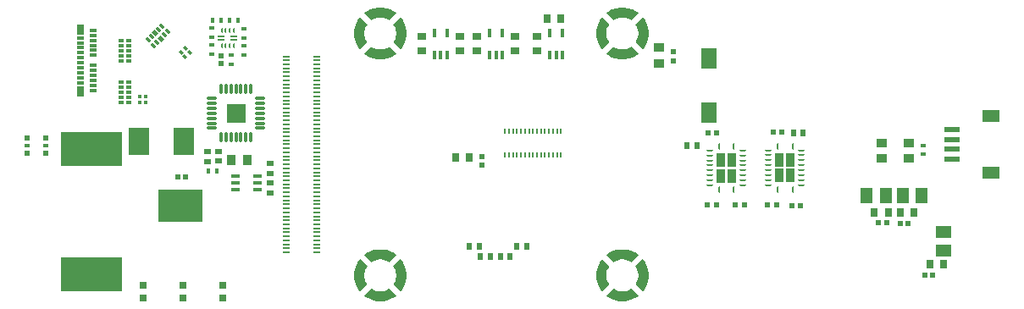
<source format=gbp>
G04*
G04 #@! TF.GenerationSoftware,Altium Limited,Altium Designer,20.0.13 (296)*
G04*
G04 Layer_Color=128*
%FSLAX44Y44*%
%MOMM*%
G71*
G01*
G75*
%ADD14R,0.9000X1.0000*%
%ADD15R,0.5500X0.4500*%
%ADD16R,0.4500X0.5500*%
%ADD18R,0.5200X0.5200*%
%ADD21R,0.6500X0.5500*%
%ADD22R,1.0000X0.9000*%
%ADD23R,0.6200X0.6200*%
%ADD25R,0.5500X0.6500*%
%ADD26R,0.6200X0.6200*%
%ADD37R,0.7000X0.9000*%
%ADD38R,0.5200X0.5200*%
%ADD39R,0.9000X0.7000*%
%ADD42R,1.3000X1.5000*%
%ADD43R,1.5000X1.3000*%
%ADD116R,0.8000X0.8000*%
%ADD121R,6.2000X3.5000*%
%ADD122R,4.4000X3.3000*%
%ADD123R,0.3600X0.3200*%
%ADD124R,0.3200X0.3600*%
G04:AMPARAMS|DCode=125|XSize=0.32mm|YSize=0.36mm|CornerRadius=0mm|HoleSize=0mm|Usage=FLASHONLY|Rotation=225.000|XOffset=0mm|YOffset=0mm|HoleType=Round|Shape=Rectangle|*
%AMROTATEDRECTD125*
4,1,4,-0.0141,0.2404,0.2404,-0.0141,0.0141,-0.2404,-0.2404,0.0141,-0.0141,0.2404,0.0*
%
%ADD125ROTATEDRECTD125*%

%ADD127R,0.7000X0.1800*%
%ADD128R,0.6000X0.6000*%
%ADD129R,0.6000X0.4000*%
%ADD130O,1.1500X0.3000*%
%ADD131O,0.3000X1.1500*%
G04:AMPARAMS|DCode=133|XSize=0.24mm|YSize=0.6mm|CornerRadius=0.06mm|HoleSize=0mm|Usage=FLASHONLY|Rotation=270.000|XOffset=0mm|YOffset=0mm|HoleType=Round|Shape=RoundedRectangle|*
%AMROUNDEDRECTD133*
21,1,0.2400,0.4800,0,0,270.0*
21,1,0.1200,0.6000,0,0,270.0*
1,1,0.1200,-0.2400,-0.0600*
1,1,0.1200,-0.2400,0.0600*
1,1,0.1200,0.2400,0.0600*
1,1,0.1200,0.2400,-0.0600*
%
%ADD133ROUNDEDRECTD133*%
G04:AMPARAMS|DCode=134|XSize=0.25mm|YSize=0.65mm|CornerRadius=0.0625mm|HoleSize=0mm|Usage=FLASHONLY|Rotation=180.000|XOffset=0mm|YOffset=0mm|HoleType=Round|Shape=RoundedRectangle|*
%AMROUNDEDRECTD134*
21,1,0.2500,0.5250,0,0,180.0*
21,1,0.1250,0.6500,0,0,180.0*
1,1,0.1250,-0.0625,0.2625*
1,1,0.1250,0.0625,0.2625*
1,1,0.1250,0.0625,-0.2625*
1,1,0.1250,-0.0625,-0.2625*
%
%ADD134ROUNDEDRECTD134*%
%ADD136R,0.5500X0.3000*%
%ADD137R,0.5500X0.4000*%
%ADD138R,1.5500X0.6000*%
%ADD139R,1.8000X1.2000*%
G04:AMPARAMS|DCode=140|XSize=0.4mm|YSize=0.9mm|CornerRadius=0.1mm|HoleSize=0mm|Usage=FLASHONLY|Rotation=270.000|XOffset=0mm|YOffset=0mm|HoleType=Round|Shape=RoundedRectangle|*
%AMROUNDEDRECTD140*
21,1,0.4000,0.7000,0,0,270.0*
21,1,0.2000,0.9000,0,0,270.0*
1,1,0.2000,-0.3500,-0.1000*
1,1,0.2000,-0.3500,0.1000*
1,1,0.2000,0.3500,0.1000*
1,1,0.2000,0.3500,-0.1000*
%
%ADD140ROUNDEDRECTD140*%
%ADD141R,2.1590X2.7430*%
%ADD142R,0.7000X1.0000*%
%ADD143R,0.7000X0.3000*%
%ADD144R,1.5000X2.0000*%
G04:AMPARAMS|DCode=145|XSize=0.3mm|YSize=0.55mm|CornerRadius=0mm|HoleSize=0mm|Usage=FLASHONLY|Rotation=45.000|XOffset=0mm|YOffset=0mm|HoleType=Round|Shape=Rectangle|*
%AMROTATEDRECTD145*
4,1,4,0.0884,-0.3005,-0.3005,0.0884,-0.0884,0.3005,0.3005,-0.0884,0.0884,-0.3005,0.0*
%
%ADD145ROTATEDRECTD145*%

G04:AMPARAMS|DCode=146|XSize=0.4mm|YSize=0.55mm|CornerRadius=0mm|HoleSize=0mm|Usage=FLASHONLY|Rotation=45.000|XOffset=0mm|YOffset=0mm|HoleType=Round|Shape=Rectangle|*
%AMROTATEDRECTD146*
4,1,4,0.0530,-0.3359,-0.3359,0.0530,-0.0530,0.3359,0.3359,-0.0530,0.0530,-0.3359,0.0*
%
%ADD146ROTATEDRECTD146*%

G04:AMPARAMS|DCode=147|XSize=0.2mm|YSize=0.7mm|CornerRadius=0.05mm|HoleSize=0mm|Usage=FLASHONLY|Rotation=270.000|XOffset=0mm|YOffset=0mm|HoleType=Round|Shape=RoundedRectangle|*
%AMROUNDEDRECTD147*
21,1,0.2000,0.6000,0,0,270.0*
21,1,0.1000,0.7000,0,0,270.0*
1,1,0.1000,-0.3000,-0.0500*
1,1,0.1000,-0.3000,0.0500*
1,1,0.1000,0.3000,0.0500*
1,1,0.1000,0.3000,-0.0500*
%
%ADD147ROUNDEDRECTD147*%
G04:AMPARAMS|DCode=148|XSize=0.2mm|YSize=0.5mm|CornerRadius=0.05mm|HoleSize=0mm|Usage=FLASHONLY|Rotation=180.000|XOffset=0mm|YOffset=0mm|HoleType=Round|Shape=RoundedRectangle|*
%AMROUNDEDRECTD148*
21,1,0.2000,0.4000,0,0,180.0*
21,1,0.1000,0.5000,0,0,180.0*
1,1,0.1000,-0.0500,0.2000*
1,1,0.1000,0.0500,0.2000*
1,1,0.1000,0.0500,-0.2000*
1,1,0.1000,-0.0500,-0.2000*
%
%ADD148ROUNDEDRECTD148*%
%ADD149R,0.2200X0.5000*%
%ADD188R,0.9200X1.3300*%
%ADD189R,0.3500X0.8500*%
%ADD190R,1.8800X1.8800*%
G36*
X-146178Y-219213D02*
X-142093Y-220620D01*
X-138295Y-222682D01*
X-136593Y-224012D01*
X-136593D01*
X-143423Y-231394D01*
X-144449Y-230732D01*
X-146639Y-229652D01*
X-148967Y-228918D01*
X-151379Y-228547D01*
X-153820D01*
X-156233Y-228918D01*
X-158561Y-229652D01*
X-160751Y-230732D01*
X-161777Y-231394D01*
X-161777Y-231394D01*
X-168607Y-224012D01*
X-166905Y-222682D01*
X-163107Y-220620D01*
X-159022Y-219213D01*
X-154760Y-218500D01*
X-150440D01*
X-146178Y-219213D01*
D02*
G37*
G36*
X-165706Y-253677D02*
D01*
X-165706Y-253677D01*
X-165706Y-253677D01*
D02*
G37*
G36*
X-136593Y-264988D02*
X-138295Y-266318D01*
X-142093Y-268380D01*
X-146178Y-269787D01*
X-150440Y-270500D01*
X-154760D01*
X-159022Y-269787D01*
X-163107Y-268380D01*
X-166905Y-266318D01*
X-168607Y-264988D01*
Y-264988D01*
X-161777Y-257607D01*
X-160751Y-258268D01*
X-158561Y-259348D01*
X-156233Y-260082D01*
X-153820Y-260453D01*
X-151379D01*
X-148967Y-260082D01*
X-146639Y-259348D01*
X-144449Y-258268D01*
X-143423Y-257607D01*
X-143423Y-257606D01*
X-136593Y-264988D01*
D02*
G37*
G36*
X-130782Y-230195D02*
X-128720Y-233993D01*
X-127313Y-238078D01*
X-126600Y-242340D01*
Y-246660D01*
X-127313Y-250922D01*
X-128720Y-255007D01*
X-130782Y-258805D01*
X-132112Y-260507D01*
X-139494Y-253677D01*
X-138832Y-252651D01*
X-137752Y-250461D01*
X-137018Y-248133D01*
X-136647Y-245721D01*
Y-243279D01*
X-137018Y-240867D01*
X-137752Y-238539D01*
X-138832Y-236349D01*
X-139494Y-235323D01*
X-139494Y-235323D01*
X-132112Y-228493D01*
X-130782Y-230195D01*
D02*
G37*
G36*
X-165706Y-235323D02*
X-166368Y-236349D01*
X-167448Y-238539D01*
X-168182Y-240867D01*
X-168553Y-243279D01*
Y-245721D01*
X-168182Y-248133D01*
X-167448Y-250461D01*
X-166368Y-252651D01*
X-165706Y-253677D01*
X-173088Y-260507D01*
X-174418Y-258805D01*
X-176480Y-255007D01*
X-177887Y-250922D01*
X-178600Y-246660D01*
Y-242340D01*
X-177887Y-238078D01*
X-176480Y-233993D01*
X-174418Y-230195D01*
X-173088Y-228493D01*
X-173088Y-228493D01*
X-165706Y-235323D01*
D02*
G37*
G36*
X95822Y-219213D02*
X99908Y-220620D01*
X103705Y-222682D01*
X105407Y-224012D01*
X105407D01*
X98577Y-231394D01*
X97551Y-230732D01*
X95361Y-229652D01*
X93033Y-228918D01*
X90620Y-228547D01*
X88180D01*
X85767Y-228918D01*
X83439Y-229652D01*
X81249Y-230732D01*
X80223Y-231394D01*
X80223Y-231394D01*
X73393Y-224012D01*
X75095Y-222682D01*
X78892Y-220620D01*
X82978Y-219213D01*
X87240Y-218500D01*
X91560D01*
X95822Y-219213D01*
D02*
G37*
G36*
X76294Y-253677D02*
D01*
X76294Y-253677D01*
X76294Y-253677D01*
D02*
G37*
G36*
X105407Y-264988D02*
X103705Y-266318D01*
X99908Y-268380D01*
X95822Y-269787D01*
X91560Y-270500D01*
X87240D01*
X82978Y-269787D01*
X78892Y-268380D01*
X75095Y-266318D01*
X73393Y-264988D01*
Y-264988D01*
X80223Y-257607D01*
X81249Y-258268D01*
X83439Y-259348D01*
X85767Y-260082D01*
X88180Y-260453D01*
X90620D01*
X93033Y-260082D01*
X95361Y-259348D01*
X97551Y-258268D01*
X98577Y-257607D01*
X98577Y-257606D01*
X105407Y-264988D01*
D02*
G37*
G36*
X111218Y-230195D02*
X113280Y-233993D01*
X114687Y-238078D01*
X115400Y-242340D01*
Y-246660D01*
X114687Y-250922D01*
X113280Y-255007D01*
X111218Y-258805D01*
X109888Y-260507D01*
X102506Y-253677D01*
X103168Y-252651D01*
X104248Y-250461D01*
X104982Y-248133D01*
X105353Y-245721D01*
Y-243279D01*
X104982Y-240867D01*
X104248Y-238539D01*
X103168Y-236349D01*
X102506Y-235323D01*
X102507Y-235323D01*
X109888Y-228493D01*
X111218Y-230195D01*
D02*
G37*
G36*
X76294Y-235323D02*
X75632Y-236349D01*
X74552Y-238539D01*
X73818Y-240867D01*
X73447Y-243279D01*
Y-245721D01*
X73818Y-248133D01*
X74552Y-250461D01*
X75632Y-252651D01*
X76294Y-253677D01*
X68912Y-260507D01*
X67582Y-258805D01*
X65520Y-255007D01*
X64113Y-250922D01*
X63400Y-246660D01*
Y-242340D01*
X64113Y-238078D01*
X65520Y-233993D01*
X67582Y-230195D01*
X68912Y-228493D01*
X68912Y-228493D01*
X76294Y-235323D01*
D02*
G37*
G36*
X-146178Y22787D02*
X-142093Y21380D01*
X-138295Y19318D01*
X-136593Y17988D01*
X-136593D01*
X-143423Y10606D01*
X-144449Y11268D01*
X-146639Y12348D01*
X-148967Y13082D01*
X-151379Y13453D01*
X-153820D01*
X-156233Y13082D01*
X-158561Y12348D01*
X-160751Y11268D01*
X-161777Y10606D01*
X-161777Y10606D01*
X-168607Y17988D01*
X-166905Y19318D01*
X-163107Y21380D01*
X-159022Y22787D01*
X-154760Y23500D01*
X-150440D01*
X-146178Y22787D01*
D02*
G37*
G36*
X-165706Y-11677D02*
D01*
X-165706Y-11677D01*
X-165706Y-11677D01*
D02*
G37*
G36*
X-136593Y-22988D02*
X-138295Y-24318D01*
X-142093Y-26380D01*
X-146178Y-27787D01*
X-150440Y-28500D01*
X-154760D01*
X-159022Y-27787D01*
X-163107Y-26380D01*
X-166905Y-24318D01*
X-168607Y-22988D01*
Y-22988D01*
X-161777Y-15606D01*
X-160751Y-16268D01*
X-158561Y-17348D01*
X-156233Y-18082D01*
X-153820Y-18453D01*
X-151379D01*
X-148967Y-18082D01*
X-146639Y-17348D01*
X-144449Y-16268D01*
X-143423Y-15606D01*
X-143423Y-15606D01*
X-136593Y-22988D01*
D02*
G37*
G36*
X-130782Y11805D02*
X-128720Y8008D01*
X-127313Y3922D01*
X-126600Y-340D01*
Y-4660D01*
X-127313Y-8922D01*
X-128720Y-13008D01*
X-130782Y-16805D01*
X-132112Y-18507D01*
X-139494Y-11677D01*
X-138832Y-10651D01*
X-137752Y-8461D01*
X-137018Y-6133D01*
X-136647Y-3720D01*
Y-1279D01*
X-137018Y1133D01*
X-137752Y3461D01*
X-138832Y5651D01*
X-139494Y6677D01*
X-139494Y6677D01*
X-132112Y13507D01*
X-130782Y11805D01*
D02*
G37*
G36*
X-165706Y6677D02*
X-166368Y5651D01*
X-167448Y3461D01*
X-168182Y1133D01*
X-168553Y-1279D01*
Y-3720D01*
X-168182Y-6133D01*
X-167448Y-8461D01*
X-166368Y-10651D01*
X-165706Y-11677D01*
X-173088Y-18507D01*
X-174418Y-16805D01*
X-176480Y-13008D01*
X-177887Y-8922D01*
X-178600Y-4660D01*
Y-340D01*
X-177887Y3922D01*
X-176480Y8008D01*
X-174418Y11805D01*
X-173088Y13507D01*
X-173088Y13507D01*
X-165706Y6677D01*
D02*
G37*
G36*
X95822Y22787D02*
X99908Y21380D01*
X103705Y19318D01*
X105407Y17988D01*
X105407D01*
X98577Y10606D01*
X97551Y11268D01*
X95361Y12348D01*
X93033Y13082D01*
X90620Y13453D01*
X88180D01*
X85767Y13082D01*
X83439Y12348D01*
X81249Y11268D01*
X80223Y10606D01*
X80223Y10606D01*
X73393Y17988D01*
X75095Y19318D01*
X78892Y21380D01*
X82978Y22787D01*
X87240Y23500D01*
X91560D01*
X95822Y22787D01*
D02*
G37*
G36*
X76294Y-11677D02*
D01*
X76294Y-11677D01*
X76294Y-11677D01*
D02*
G37*
G36*
X105407Y-22988D02*
X103705Y-24318D01*
X99908Y-26380D01*
X95822Y-27787D01*
X91560Y-28500D01*
X87240D01*
X82978Y-27787D01*
X78892Y-26380D01*
X75095Y-24318D01*
X73393Y-22988D01*
Y-22988D01*
X80223Y-15606D01*
X81249Y-16268D01*
X83439Y-17348D01*
X85767Y-18082D01*
X88180Y-18453D01*
X90620D01*
X93033Y-18082D01*
X95361Y-17348D01*
X97551Y-16268D01*
X98577Y-15606D01*
X98577Y-15606D01*
X105407Y-22988D01*
D02*
G37*
G36*
X111218Y11805D02*
X113280Y8008D01*
X114687Y3922D01*
X115400Y-340D01*
Y-4660D01*
X114687Y-8922D01*
X113280Y-13008D01*
X111218Y-16805D01*
X109888Y-18507D01*
X102506Y-11677D01*
X103168Y-10651D01*
X104248Y-8461D01*
X104982Y-6133D01*
X105353Y-3720D01*
Y-1279D01*
X104982Y1133D01*
X104248Y3461D01*
X103168Y5651D01*
X102506Y6677D01*
X102507Y6677D01*
X109888Y13507D01*
X111218Y11805D01*
D02*
G37*
G36*
X76294Y6677D02*
X75632Y5651D01*
X74552Y3461D01*
X73818Y1133D01*
X73447Y-1279D01*
Y-3720D01*
X73818Y-6133D01*
X74552Y-8461D01*
X75632Y-10651D01*
X76294Y-11677D01*
X68912Y-18507D01*
X67582Y-16805D01*
X65520Y-13008D01*
X64113Y-8922D01*
X63400Y-4660D01*
Y-340D01*
X64113Y3922D01*
X65520Y8008D01*
X67582Y11805D01*
X68912Y13507D01*
X68912Y13507D01*
X76294Y6677D01*
D02*
G37*
D14*
X-285519Y-129582D02*
D03*
X-301519D02*
D03*
D15*
X-302000Y-33500D02*
D03*
Y-24500D02*
D03*
X390028Y-123486D02*
D03*
Y-114486D02*
D03*
X-288958Y-24079D02*
D03*
Y-15079D02*
D03*
X-288882Y1717D02*
D03*
Y-7283D02*
D03*
X-321211Y-14007D02*
D03*
Y-23007D02*
D03*
X-321150Y-6234D02*
D03*
Y2766D02*
D03*
D16*
X-324618Y-140167D02*
D03*
X-315618D02*
D03*
X-294602Y10782D02*
D03*
X-303602D02*
D03*
X-320466D02*
D03*
X-311466D02*
D03*
D18*
X-51000Y-126000D02*
D03*
Y-134000D02*
D03*
X-312000Y-33000D02*
D03*
Y-25000D02*
D03*
D21*
X-314705Y-120435D02*
D03*
Y-130435D02*
D03*
X-325514Y-130501D02*
D03*
Y-120501D02*
D03*
X-262992Y-142509D02*
D03*
Y-132509D02*
D03*
X-263058Y-162292D02*
D03*
Y-152292D02*
D03*
D22*
X348999Y-111886D02*
D03*
Y-127886D02*
D03*
X375697Y-111886D02*
D03*
Y-127886D02*
D03*
X125711Y-16466D02*
D03*
Y-32466D02*
D03*
D23*
X139978Y-20748D02*
D03*
Y-29748D02*
D03*
D25*
X270199Y-101740D02*
D03*
X260199D02*
D03*
X-16062Y-215785D02*
D03*
X-6061D02*
D03*
X-53334Y-215322D02*
D03*
X-63334D02*
D03*
X-32773Y-225826D02*
D03*
X-22773D02*
D03*
X-42519Y-225893D02*
D03*
X-52519D02*
D03*
X154270Y-114932D02*
D03*
X164270D02*
D03*
D26*
X234523Y-174232D02*
D03*
X243523D02*
D03*
X267581Y-174740D02*
D03*
X258581D02*
D03*
X239938Y-101578D02*
D03*
X248938D02*
D03*
X183865Y-101720D02*
D03*
X174865D02*
D03*
X174459Y-174232D02*
D03*
X183459D02*
D03*
X211500Y-174232D02*
D03*
X202500D02*
D03*
D37*
X14000Y12000D02*
D03*
X28000D02*
D03*
X-77530Y-126334D02*
D03*
X-63530D02*
D03*
X367031Y-181611D02*
D03*
X381031D02*
D03*
X396449Y-233577D02*
D03*
X410449D02*
D03*
X354998Y-181546D02*
D03*
X340998D02*
D03*
D38*
X353413Y-192005D02*
D03*
X345413D02*
D03*
X391436Y-243991D02*
D03*
X399436D02*
D03*
X367076Y-192295D02*
D03*
X375076D02*
D03*
X-347227Y-146466D02*
D03*
X-355227D02*
D03*
D39*
X3838Y-5769D02*
D03*
Y-19769D02*
D03*
X-111176Y-5769D02*
D03*
Y-19769D02*
D03*
X-72674D02*
D03*
Y-5769D02*
D03*
X-17716Y-19769D02*
D03*
Y-5769D02*
D03*
X-56192D02*
D03*
Y-19769D02*
D03*
D42*
X333521Y-164539D02*
D03*
X352521D02*
D03*
X388393Y-164459D02*
D03*
X369393D02*
D03*
D43*
X410379Y-200797D02*
D03*
Y-219797D02*
D03*
D116*
X-390000Y-254322D02*
D03*
Y-266822D02*
D03*
X-350000Y-254322D02*
D03*
Y-266822D02*
D03*
X-310000Y-254322D02*
D03*
Y-266822D02*
D03*
D121*
X-441750Y-243500D02*
D03*
Y-118500D02*
D03*
D122*
X-352250Y-174500D02*
D03*
D123*
X-392800Y-71689D02*
D03*
X-387200D02*
D03*
Y-66000D02*
D03*
D124*
X-392800D02*
D03*
D125*
X-347421Y-17375D02*
D03*
X-343461Y-21334D02*
D03*
X-351821Y-21777D02*
D03*
X-347862Y-25736D02*
D03*
D127*
X-247000Y-25500D02*
D03*
Y-29500D02*
D03*
Y-33500D02*
D03*
Y-37500D02*
D03*
Y-41500D02*
D03*
Y-45500D02*
D03*
Y-49500D02*
D03*
Y-53500D02*
D03*
Y-57500D02*
D03*
Y-61500D02*
D03*
Y-65500D02*
D03*
Y-69500D02*
D03*
Y-73500D02*
D03*
Y-77500D02*
D03*
Y-81500D02*
D03*
Y-85500D02*
D03*
Y-89500D02*
D03*
Y-93500D02*
D03*
Y-97500D02*
D03*
Y-101500D02*
D03*
Y-105500D02*
D03*
Y-109500D02*
D03*
Y-113500D02*
D03*
Y-117500D02*
D03*
Y-121500D02*
D03*
Y-125500D02*
D03*
Y-129500D02*
D03*
Y-133500D02*
D03*
Y-137500D02*
D03*
Y-141500D02*
D03*
Y-145500D02*
D03*
Y-149500D02*
D03*
Y-153500D02*
D03*
Y-157500D02*
D03*
Y-161500D02*
D03*
Y-165500D02*
D03*
Y-169500D02*
D03*
Y-173500D02*
D03*
Y-177500D02*
D03*
Y-181500D02*
D03*
Y-185500D02*
D03*
Y-189500D02*
D03*
Y-193500D02*
D03*
Y-197500D02*
D03*
Y-201500D02*
D03*
Y-205500D02*
D03*
Y-209500D02*
D03*
Y-213500D02*
D03*
Y-217500D02*
D03*
Y-221500D02*
D03*
X-216200Y-25500D02*
D03*
Y-29500D02*
D03*
Y-33500D02*
D03*
Y-37500D02*
D03*
Y-41500D02*
D03*
Y-45500D02*
D03*
Y-49500D02*
D03*
Y-53500D02*
D03*
Y-57500D02*
D03*
Y-61500D02*
D03*
Y-65500D02*
D03*
Y-69500D02*
D03*
Y-73500D02*
D03*
Y-77500D02*
D03*
Y-81500D02*
D03*
Y-85500D02*
D03*
Y-89500D02*
D03*
Y-93500D02*
D03*
Y-97500D02*
D03*
Y-101500D02*
D03*
Y-105500D02*
D03*
Y-109500D02*
D03*
Y-113500D02*
D03*
Y-117500D02*
D03*
Y-121500D02*
D03*
Y-125500D02*
D03*
Y-129500D02*
D03*
Y-133500D02*
D03*
Y-137500D02*
D03*
Y-141500D02*
D03*
Y-145500D02*
D03*
Y-149500D02*
D03*
Y-153500D02*
D03*
Y-157500D02*
D03*
Y-161500D02*
D03*
Y-165500D02*
D03*
Y-169500D02*
D03*
Y-173500D02*
D03*
Y-177500D02*
D03*
Y-181500D02*
D03*
Y-185500D02*
D03*
Y-189500D02*
D03*
Y-193500D02*
D03*
Y-197500D02*
D03*
Y-201500D02*
D03*
Y-205500D02*
D03*
Y-209500D02*
D03*
Y-213500D02*
D03*
Y-217500D02*
D03*
Y-221500D02*
D03*
D128*
X-487381Y-122426D02*
D03*
Y-107426D02*
D03*
X-505381D02*
D03*
Y-122426D02*
D03*
D129*
X-487381Y-114926D02*
D03*
X-505381D02*
D03*
D130*
X-272972Y-97357D02*
D03*
Y-92357D02*
D03*
Y-87357D02*
D03*
Y-82357D02*
D03*
Y-77357D02*
D03*
Y-72357D02*
D03*
Y-67357D02*
D03*
X-320971D02*
D03*
Y-72357D02*
D03*
Y-77357D02*
D03*
Y-82357D02*
D03*
Y-87357D02*
D03*
Y-92357D02*
D03*
Y-97357D02*
D03*
D131*
X-281972Y-58357D02*
D03*
X-286972D02*
D03*
X-291972D02*
D03*
X-296972D02*
D03*
X-301972D02*
D03*
X-306971D02*
D03*
X-311972D02*
D03*
Y-106357D02*
D03*
X-306971D02*
D03*
X-301972D02*
D03*
X-296972D02*
D03*
X-291972D02*
D03*
X-286972D02*
D03*
X-281972D02*
D03*
D133*
X268435Y-154509D02*
D03*
X235435Y-119509D02*
D03*
X268435Y-149509D02*
D03*
Y-144509D02*
D03*
Y-139509D02*
D03*
Y-134509D02*
D03*
Y-129509D02*
D03*
Y-124509D02*
D03*
Y-119509D02*
D03*
X235435Y-124509D02*
D03*
Y-129509D02*
D03*
Y-134509D02*
D03*
Y-139509D02*
D03*
Y-144509D02*
D03*
Y-149509D02*
D03*
Y-154509D02*
D03*
X209632Y-154659D02*
D03*
X176632Y-119660D02*
D03*
X209632Y-149660D02*
D03*
Y-144660D02*
D03*
Y-139660D02*
D03*
Y-134659D02*
D03*
Y-129660D02*
D03*
Y-124660D02*
D03*
Y-119660D02*
D03*
X176632Y-124659D02*
D03*
Y-129659D02*
D03*
Y-134659D02*
D03*
Y-139659D02*
D03*
Y-144659D02*
D03*
Y-149659D02*
D03*
Y-154659D02*
D03*
D134*
X244435Y-115509D02*
D03*
X259435D02*
D03*
X244435Y-158509D02*
D03*
X259435D02*
D03*
X185632Y-115659D02*
D03*
X200632D02*
D03*
X185632Y-158659D02*
D03*
X200632D02*
D03*
D136*
X-403803Y-29709D02*
D03*
Y-24709D02*
D03*
Y-14709D02*
D03*
Y-9709D02*
D03*
X-411603D02*
D03*
Y-14709D02*
D03*
Y-24709D02*
D03*
Y-29709D02*
D03*
X-403691Y-51319D02*
D03*
Y-56319D02*
D03*
Y-66319D02*
D03*
Y-71319D02*
D03*
X-411491Y-71319D02*
D03*
Y-66319D02*
D03*
Y-56319D02*
D03*
Y-51319D02*
D03*
D137*
X-403803Y-19709D02*
D03*
X-411603D02*
D03*
X-403691Y-61319D02*
D03*
X-411491D02*
D03*
D138*
X419125Y-128500D02*
D03*
Y-118500D02*
D03*
Y-108500D02*
D03*
Y-98500D02*
D03*
D139*
X457875Y-85500D02*
D03*
Y-141500D02*
D03*
D140*
X-297628Y-158398D02*
D03*
Y-151898D02*
D03*
Y-145398D02*
D03*
X-275629D02*
D03*
Y-151898D02*
D03*
Y-158398D02*
D03*
D141*
X-349387Y-110877D02*
D03*
X-393587D02*
D03*
D142*
X-452678Y-60455D02*
D03*
Y1546D02*
D03*
D143*
Y-51954D02*
D03*
Y-46954D02*
D03*
Y-41954D02*
D03*
Y-36955D02*
D03*
Y-31955D02*
D03*
Y-26955D02*
D03*
Y-21955D02*
D03*
Y-16954D02*
D03*
X-439678Y545D02*
D03*
Y-4455D02*
D03*
Y-9455D02*
D03*
Y-14454D02*
D03*
Y-19454D02*
D03*
Y-24455D02*
D03*
Y-34455D02*
D03*
Y-39455D02*
D03*
Y-44454D02*
D03*
Y-49454D02*
D03*
Y-54454D02*
D03*
Y-59454D02*
D03*
X-452678Y-11954D02*
D03*
Y-6955D02*
D03*
D144*
X175509Y-81943D02*
D03*
Y-27943D02*
D03*
D145*
X-384829Y-9313D02*
D03*
X-381293Y-5778D02*
D03*
X-374222Y1293D02*
D03*
X-370687Y4829D02*
D03*
X-365171Y-687D02*
D03*
X-368707Y-4222D02*
D03*
X-375778Y-11293D02*
D03*
X-379313Y-14829D02*
D03*
D146*
X-377758Y-2242D02*
D03*
X-372242Y-7758D02*
D03*
D147*
X-311843Y-9359D02*
D03*
Y-5359D02*
D03*
X-298843D02*
D03*
Y-9359D02*
D03*
D148*
X-311343Y140D02*
D03*
X-307343D02*
D03*
X-303343D02*
D03*
X-299343D02*
D03*
Y-14860D02*
D03*
X-303343D02*
D03*
X-307343D02*
D03*
X-311343D02*
D03*
D149*
X28000Y-124380D02*
D03*
X24000D02*
D03*
X20000D02*
D03*
X16000D02*
D03*
X4000D02*
D03*
X0D02*
D03*
X-4000D02*
D03*
X-8000D02*
D03*
X-12000D02*
D03*
X-16000D02*
D03*
X-20000D02*
D03*
X-24000D02*
D03*
X-28000D02*
D03*
Y-100380D02*
D03*
X-24000D02*
D03*
X-20000D02*
D03*
X-16000D02*
D03*
X-12000D02*
D03*
X-8000D02*
D03*
X-4000D02*
D03*
X0D02*
D03*
X4000D02*
D03*
X8000D02*
D03*
X12000D02*
D03*
X16000D02*
D03*
X20000D02*
D03*
X24000D02*
D03*
X28000D02*
D03*
X12000Y-124380D02*
D03*
X8000D02*
D03*
D188*
X246335Y-129309D02*
D03*
X257535D02*
D03*
X246335Y-144709D02*
D03*
X257535D02*
D03*
X187532Y-129459D02*
D03*
X198732D02*
D03*
X187532Y-144859D02*
D03*
X198732D02*
D03*
D189*
X23181Y-23848D02*
D03*
X29681D02*
D03*
Y-1848D02*
D03*
X16681Y-23848D02*
D03*
Y-1848D02*
D03*
X-92151Y-23848D02*
D03*
X-85651D02*
D03*
Y-1848D02*
D03*
X-98651Y-23848D02*
D03*
Y-1848D02*
D03*
X-43274D02*
D03*
Y-23848D02*
D03*
X-30275Y-1848D02*
D03*
Y-23848D02*
D03*
X-36775D02*
D03*
D190*
X-296972Y-82357D02*
D03*
M02*

</source>
